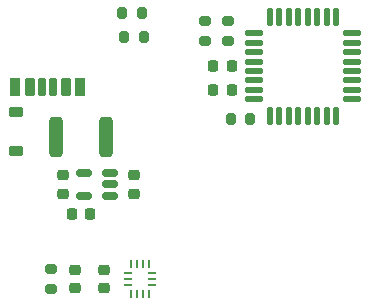
<source format=gbr>
%TF.GenerationSoftware,KiCad,Pcbnew,9.0.7*%
%TF.CreationDate,2026-02-19T23:55:45-05:00*%
%TF.ProjectId,usb_c_sensor_breakout,7573625f-635f-4736-956e-736f725f6272,rev?*%
%TF.SameCoordinates,Original*%
%TF.FileFunction,Paste,Top*%
%TF.FilePolarity,Positive*%
%FSLAX46Y46*%
G04 Gerber Fmt 4.6, Leading zero omitted, Abs format (unit mm)*
G04 Created by KiCad (PCBNEW 9.0.7) date 2026-02-19 23:55:45*
%MOMM*%
%LPD*%
G01*
G04 APERTURE LIST*
G04 Aperture macros list*
%AMRoundRect*
0 Rectangle with rounded corners*
0 $1 Rounding radius*
0 $2 $3 $4 $5 $6 $7 $8 $9 X,Y pos of 4 corners*
0 Add a 4 corners polygon primitive as box body*
4,1,4,$2,$3,$4,$5,$6,$7,$8,$9,$2,$3,0*
0 Add four circle primitives for the rounded corners*
1,1,$1+$1,$2,$3*
1,1,$1+$1,$4,$5*
1,1,$1+$1,$6,$7*
1,1,$1+$1,$8,$9*
0 Add four rect primitives between the rounded corners*
20,1,$1+$1,$2,$3,$4,$5,0*
20,1,$1+$1,$4,$5,$6,$7,0*
20,1,$1+$1,$6,$7,$8,$9,0*
20,1,$1+$1,$8,$9,$2,$3,0*%
G04 Aperture macros list end*
%ADD10RoundRect,0.250000X-0.312500X-1.450000X0.312500X-1.450000X0.312500X1.450000X-0.312500X1.450000X0*%
%ADD11RoundRect,0.125000X-0.125000X-0.625000X0.125000X-0.625000X0.125000X0.625000X-0.125000X0.625000X0*%
%ADD12RoundRect,0.125000X-0.625000X-0.125000X0.625000X-0.125000X0.625000X0.125000X-0.625000X0.125000X0*%
%ADD13R,0.675000X0.250000*%
%ADD14R,0.250000X0.675000*%
%ADD15RoundRect,0.200000X-0.200000X-0.275000X0.200000X-0.275000X0.200000X0.275000X-0.200000X0.275000X0*%
%ADD16RoundRect,0.200000X-0.275000X0.200000X-0.275000X-0.200000X0.275000X-0.200000X0.275000X0.200000X0*%
%ADD17RoundRect,0.200000X0.275000X-0.200000X0.275000X0.200000X-0.275000X0.200000X-0.275000X-0.200000X0*%
%ADD18RoundRect,0.225000X0.250000X-0.225000X0.250000X0.225000X-0.250000X0.225000X-0.250000X-0.225000X0*%
%ADD19RoundRect,0.225000X0.225000X0.250000X-0.225000X0.250000X-0.225000X-0.250000X0.225000X-0.250000X0*%
%ADD20RoundRect,0.225000X-0.250000X0.225000X-0.250000X-0.225000X0.250000X-0.225000X0.250000X0.225000X0*%
%ADD21RoundRect,0.150000X0.512500X0.150000X-0.512500X0.150000X-0.512500X-0.150000X0.512500X-0.150000X0*%
%ADD22RoundRect,0.225000X0.375000X-0.225000X0.375000X0.225000X-0.375000X0.225000X-0.375000X-0.225000X0*%
%ADD23RoundRect,0.225000X-0.225000X-0.250000X0.225000X-0.250000X0.225000X0.250000X-0.225000X0.250000X0*%
%ADD24RoundRect,0.175000X0.175000X0.625000X-0.175000X0.625000X-0.175000X-0.625000X0.175000X-0.625000X0*%
%ADD25RoundRect,0.200000X0.200000X0.600000X-0.200000X0.600000X-0.200000X-0.600000X0.200000X-0.600000X0*%
%ADD26RoundRect,0.225000X0.225000X0.575000X-0.225000X0.575000X-0.225000X-0.575000X0.225000X-0.575000X0*%
G04 APERTURE END LIST*
D10*
%TO.C,F1*%
X134137500Y-74000000D03*
X129862500Y-74000000D03*
%TD*%
D11*
%TO.C,U3*%
X148000000Y-63825000D03*
X148800000Y-63825000D03*
X149600000Y-63825000D03*
X150400000Y-63825000D03*
X151200000Y-63825000D03*
X152000000Y-63825000D03*
X152800000Y-63825000D03*
X153600000Y-63825000D03*
D12*
X154975000Y-65200000D03*
X154975000Y-66000000D03*
X154975000Y-66800000D03*
X154975000Y-67600000D03*
X154975000Y-68400000D03*
X154975000Y-69200000D03*
X154975000Y-70000000D03*
X154975000Y-70800000D03*
D11*
X153600000Y-72175000D03*
X152800000Y-72175000D03*
X152000000Y-72175000D03*
X151200000Y-72175000D03*
X150400000Y-72175000D03*
X149600000Y-72175000D03*
X148800000Y-72175000D03*
X148000000Y-72175000D03*
D12*
X146625000Y-70800000D03*
X146625000Y-70000000D03*
X146625000Y-69200000D03*
X146625000Y-68400000D03*
X146625000Y-67600000D03*
X146625000Y-66800000D03*
X146625000Y-66000000D03*
X146625000Y-65200000D03*
%TD*%
D13*
%TO.C,U2*%
X138012500Y-85500000D03*
X138012500Y-86000000D03*
X138012500Y-86500000D03*
D14*
X137750000Y-87262500D03*
X137250000Y-87262500D03*
X136750000Y-87262500D03*
X136250000Y-87262500D03*
D13*
X135987500Y-86500000D03*
X135987500Y-86000000D03*
X135987500Y-85500000D03*
D14*
X136250000Y-84737500D03*
X136750000Y-84737500D03*
X137250000Y-84737500D03*
X137750000Y-84737500D03*
%TD*%
D15*
%TO.C,R2*%
X137325000Y-65500000D03*
X135675000Y-65500000D03*
%TD*%
D16*
%TO.C,R3*%
X142500000Y-64175000D03*
X142500000Y-65825000D03*
%TD*%
D17*
%TO.C,R4*%
X144500000Y-65825000D03*
X144500000Y-64175000D03*
%TD*%
D15*
%TO.C,R6*%
X144675000Y-72500000D03*
X146325000Y-72500000D03*
%TD*%
%TO.C,R1*%
X135500000Y-63500000D03*
X137150000Y-63500000D03*
%TD*%
D18*
%TO.C,C5*%
X131500000Y-86775000D03*
X131500000Y-85225000D03*
%TD*%
D19*
%TO.C,C2*%
X132775000Y-80500000D03*
X131225000Y-80500000D03*
%TD*%
D20*
%TO.C,C4*%
X134000000Y-85225000D03*
X134000000Y-86775000D03*
%TD*%
D21*
%TO.C,U1*%
X134500000Y-78950000D03*
X134500000Y-78000000D03*
X134500000Y-77050000D03*
X132225000Y-77050000D03*
X132225000Y-78950000D03*
%TD*%
D16*
%TO.C,R5*%
X129500000Y-85175000D03*
X129500000Y-86825000D03*
%TD*%
D22*
%TO.C,D1*%
X126500000Y-75150000D03*
X126500000Y-71850000D03*
%TD*%
D18*
%TO.C,C1*%
X136500000Y-78775000D03*
X136500000Y-77225000D03*
%TD*%
D23*
%TO.C,C6*%
X143225000Y-70000000D03*
X144775000Y-70000000D03*
%TD*%
D18*
%TO.C,C3*%
X130500000Y-78775000D03*
X130500000Y-77225000D03*
%TD*%
D19*
%TO.C,C7*%
X144775000Y-68000000D03*
X143225000Y-68000000D03*
%TD*%
D24*
%TO.C,J1*%
X129680000Y-69730000D03*
D25*
X127660000Y-69730000D03*
D26*
X126430000Y-69730000D03*
D24*
X128680000Y-69730000D03*
D25*
X130700000Y-69730000D03*
D26*
X131930000Y-69730000D03*
%TD*%
M02*

</source>
